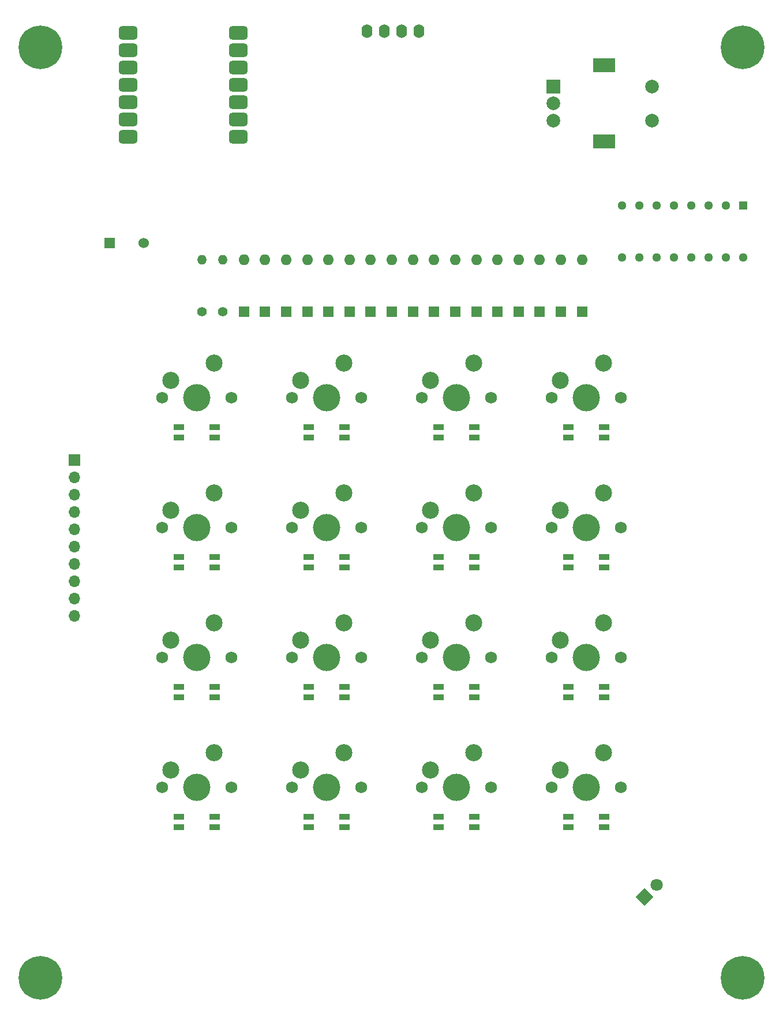
<source format=gbs>
G04 #@! TF.GenerationSoftware,KiCad,Pcbnew,8.0.6-8.0.6-0~ubuntu22.04.1*
G04 #@! TF.CreationDate,2024-10-20T22:38:44+08:00*
G04 #@! TF.ProjectId,MacroPad,4d616372-6f50-4616-942e-6b696361645f,rev?*
G04 #@! TF.SameCoordinates,Original*
G04 #@! TF.FileFunction,Soldermask,Bot*
G04 #@! TF.FilePolarity,Negative*
%FSLAX46Y46*%
G04 Gerber Fmt 4.6, Leading zero omitted, Abs format (unit mm)*
G04 Created by KiCad (PCBNEW 8.0.6-8.0.6-0~ubuntu22.04.1) date 2024-10-20 22:38:44*
%MOMM*%
%LPD*%
G01*
G04 APERTURE LIST*
G04 Aperture macros list*
%AMRoundRect*
0 Rectangle with rounded corners*
0 $1 Rounding radius*
0 $2 $3 $4 $5 $6 $7 $8 $9 X,Y pos of 4 corners*
0 Add a 4 corners polygon primitive as box body*
4,1,4,$2,$3,$4,$5,$6,$7,$8,$9,$2,$3,0*
0 Add four circle primitives for the rounded corners*
1,1,$1+$1,$2,$3*
1,1,$1+$1,$4,$5*
1,1,$1+$1,$6,$7*
1,1,$1+$1,$8,$9*
0 Add four rect primitives between the rounded corners*
20,1,$1+$1,$2,$3,$4,$5,0*
20,1,$1+$1,$4,$5,$6,$7,0*
20,1,$1+$1,$6,$7,$8,$9,0*
20,1,$1+$1,$8,$9,$2,$3,0*%
%AMRotRect*
0 Rectangle, with rotation*
0 The origin of the aperture is its center*
0 $1 length*
0 $2 width*
0 $3 Rotation angle, in degrees counterclockwise*
0 Add horizontal line*
21,1,$1,$2,0,0,$3*%
G04 Aperture macros list end*
%ADD10C,1.750000*%
%ADD11C,4.000000*%
%ADD12C,2.500000*%
%ADD13RoundRect,0.082000X-0.718000X0.328000X-0.718000X-0.328000X0.718000X-0.328000X0.718000X0.328000X0*%
%ADD14R,2.000000X2.000000*%
%ADD15C,2.000000*%
%ADD16R,3.200000X2.000000*%
%ADD17R,1.524000X1.524000*%
%ADD18C,1.524000*%
%ADD19C,6.400000*%
%ADD20R,1.295400X1.295400*%
%ADD21C,1.295400*%
%ADD22RotRect,1.800000X1.800000X45.000000*%
%ADD23C,1.800000*%
%ADD24O,1.600000X2.000000*%
%ADD25R,1.600000X1.600000*%
%ADD26O,1.600000X1.600000*%
%ADD27C,1.400000*%
%ADD28O,1.400000X1.400000*%
%ADD29RoundRect,0.500000X0.875000X0.500000X-0.875000X0.500000X-0.875000X-0.500000X0.875000X-0.500000X0*%
%ADD30C,1.600000*%
%ADD31R,1.700000X1.700000*%
%ADD32O,1.700000X1.700000*%
G04 APERTURE END LIST*
D10*
G04 #@! TO.C,SW12*
X99767500Y-121912500D03*
D11*
X104847500Y-121912500D03*
D10*
X109927500Y-121912500D03*
D12*
X101037500Y-119372500D03*
X107387500Y-116832500D03*
G04 #@! TD*
D10*
G04 #@! TO.C,SW14*
X118817500Y-83812500D03*
D11*
X123897500Y-83812500D03*
D10*
X128977500Y-83812500D03*
D12*
X120087500Y-81272500D03*
X126437500Y-78732500D03*
G04 #@! TD*
D10*
G04 #@! TO.C,SW5*
X61667500Y-140962500D03*
D11*
X66747500Y-140962500D03*
D10*
X71827500Y-140962500D03*
D12*
X62937500Y-138422500D03*
X69287500Y-135882500D03*
G04 #@! TD*
D10*
G04 #@! TO.C,SW13*
X99767500Y-140962500D03*
D11*
X104847500Y-140962500D03*
D10*
X109927500Y-140962500D03*
D12*
X101037500Y-138422500D03*
X107387500Y-135882500D03*
G04 #@! TD*
D10*
G04 #@! TO.C,SW8*
X80717500Y-121912500D03*
D11*
X85797500Y-121912500D03*
D10*
X90877500Y-121912500D03*
D12*
X81987500Y-119372500D03*
X88337500Y-116832500D03*
G04 #@! TD*
D10*
G04 #@! TO.C,SW7*
X80717500Y-102862500D03*
D11*
X85797500Y-102862500D03*
D10*
X90877500Y-102862500D03*
D12*
X81987500Y-100322500D03*
X88337500Y-97782500D03*
G04 #@! TD*
D13*
G04 #@! TO.C,D29*
X121297500Y-88142499D03*
X121297500Y-89642499D03*
X126497500Y-89642499D03*
X126497500Y-88142499D03*
G04 #@! TD*
D10*
G04 #@! TO.C,SW15*
X118817500Y-102862500D03*
D11*
X123897500Y-102862500D03*
D10*
X128977500Y-102862500D03*
D12*
X120087500Y-100322500D03*
X126437500Y-97782500D03*
G04 #@! TD*
D10*
G04 #@! TO.C,SW11*
X99767500Y-102862500D03*
D11*
X104847500Y-102862500D03*
D10*
X109927500Y-102862500D03*
D12*
X101037500Y-100322500D03*
X107387500Y-97782500D03*
G04 #@! TD*
D14*
G04 #@! TO.C,SW1*
X119072500Y-38157500D03*
D15*
X119072500Y-43157500D03*
X119072500Y-40657500D03*
D16*
X126572500Y-35057500D03*
X126572500Y-46257500D03*
D15*
X133572500Y-43157500D03*
X133572500Y-38157500D03*
G04 #@! TD*
D17*
G04 #@! TO.C,U3*
X53989300Y-61157500D03*
D18*
X58989300Y-61157500D03*
G04 #@! TD*
D13*
G04 #@! TO.C,D22*
X83197500Y-107192499D03*
X83197500Y-108692499D03*
X88397500Y-108692499D03*
X88397500Y-107192499D03*
G04 #@! TD*
G04 #@! TO.C,D30*
X121297500Y-107192499D03*
X121297500Y-108692499D03*
X126497500Y-108692499D03*
X126497500Y-107192499D03*
G04 #@! TD*
D19*
G04 #@! TO.C,H2*
X43822500Y-32407500D03*
G04 #@! TD*
D13*
G04 #@! TO.C,D26*
X102247500Y-107192499D03*
X102247500Y-108692499D03*
X107447500Y-108692499D03*
X107447500Y-107192499D03*
G04 #@! TD*
G04 #@! TO.C,D28*
X102247500Y-145292499D03*
X102247500Y-146792499D03*
X107447500Y-146792499D03*
X107447500Y-145292499D03*
G04 #@! TD*
D20*
G04 #@! TO.C,U2*
X146902500Y-55657500D03*
D21*
X144362500Y-55657500D03*
X141822500Y-55657500D03*
X139282500Y-55657500D03*
X136742500Y-55657500D03*
X134202500Y-55657500D03*
X131662500Y-55657500D03*
X129122500Y-55657500D03*
X129122500Y-63277500D03*
X131662500Y-63277500D03*
X134202500Y-63277500D03*
X136742500Y-63277500D03*
X139282500Y-63277500D03*
X141822500Y-63277500D03*
X144362500Y-63277500D03*
X146902500Y-63277500D03*
G04 #@! TD*
D10*
G04 #@! TO.C,SW9*
X80717500Y-140962500D03*
D11*
X85797500Y-140962500D03*
D10*
X90877500Y-140962500D03*
D12*
X81987500Y-138422500D03*
X88337500Y-135882500D03*
G04 #@! TD*
D10*
G04 #@! TO.C,SW10*
X99767500Y-83812500D03*
D11*
X104847500Y-83812500D03*
D10*
X109927500Y-83812500D03*
D12*
X101037500Y-81272500D03*
X107387500Y-78732500D03*
G04 #@! TD*
D19*
G04 #@! TO.C,H3*
X146822500Y-168907500D03*
G04 #@! TD*
G04 #@! TO.C,H4*
X43822500Y-168907500D03*
G04 #@! TD*
D13*
G04 #@! TO.C,D18*
X64147500Y-107192499D03*
X64147500Y-108692499D03*
X69347500Y-108692499D03*
X69347500Y-107192499D03*
G04 #@! TD*
G04 #@! TO.C,D19*
X64147500Y-126242499D03*
X64147500Y-127742499D03*
X69347500Y-127742499D03*
X69347500Y-126242499D03*
G04 #@! TD*
D10*
G04 #@! TO.C,SW17*
X118817500Y-140962500D03*
D11*
X123897500Y-140962500D03*
D10*
X128977500Y-140962500D03*
D12*
X120087500Y-138422500D03*
X126437500Y-135882500D03*
G04 #@! TD*
D13*
G04 #@! TO.C,D31*
X121297500Y-126242499D03*
X121297500Y-127742499D03*
X126497500Y-127742499D03*
X126497500Y-126242499D03*
G04 #@! TD*
D10*
G04 #@! TO.C,SW4*
X61667500Y-121912500D03*
D11*
X66747500Y-121912500D03*
D10*
X71827500Y-121912500D03*
D12*
X62937500Y-119372500D03*
X69287500Y-116832500D03*
G04 #@! TD*
D22*
G04 #@! TO.C,D33*
X132420900Y-157059100D03*
D23*
X134216951Y-155263049D03*
G04 #@! TD*
D13*
G04 #@! TO.C,D24*
X83197500Y-145292499D03*
X83197500Y-146792499D03*
X88397500Y-146792499D03*
X88397500Y-145292499D03*
G04 #@! TD*
G04 #@! TO.C,D32*
X121297500Y-145292499D03*
X121297500Y-146792499D03*
X126497500Y-146792499D03*
X126497500Y-145292499D03*
G04 #@! TD*
D10*
G04 #@! TO.C,SW16*
X118817500Y-121912500D03*
D11*
X123897500Y-121912500D03*
D10*
X128977500Y-121912500D03*
D12*
X120087500Y-119372500D03*
X126437500Y-116832500D03*
G04 #@! TD*
D10*
G04 #@! TO.C,SW3*
X61667500Y-102862500D03*
D11*
X66747500Y-102862500D03*
D10*
X71827500Y-102862500D03*
D12*
X62937500Y-100322500D03*
X69287500Y-97782500D03*
G04 #@! TD*
D13*
G04 #@! TO.C,D23*
X83197500Y-126242499D03*
X83197500Y-127742499D03*
X88397500Y-127742499D03*
X88397500Y-126242499D03*
G04 #@! TD*
D24*
G04 #@! TO.C,Brd1*
X91702500Y-30057500D03*
X94242500Y-30057500D03*
X96782500Y-30057500D03*
X99322500Y-30057500D03*
G04 #@! TD*
D19*
G04 #@! TO.C,H1*
X146822500Y-32407500D03*
G04 #@! TD*
D13*
G04 #@! TO.C,D25*
X102247500Y-88142499D03*
X102247500Y-89642499D03*
X107447500Y-89642499D03*
X107447500Y-88142499D03*
G04 #@! TD*
G04 #@! TO.C,D21*
X83197500Y-88142499D03*
X83197500Y-89642499D03*
X88397500Y-89642499D03*
X88397500Y-88142499D03*
G04 #@! TD*
D10*
G04 #@! TO.C,SW6*
X80717500Y-83812500D03*
D11*
X85797500Y-83812500D03*
D10*
X90877500Y-83812500D03*
D12*
X81987500Y-81272500D03*
X88337500Y-78732500D03*
G04 #@! TD*
D13*
G04 #@! TO.C,D27*
X102247500Y-126242499D03*
X102247500Y-127742499D03*
X107447500Y-127742499D03*
X107447500Y-126242499D03*
G04 #@! TD*
D10*
G04 #@! TO.C,SW2*
X61667500Y-83812500D03*
D11*
X66747500Y-83812500D03*
D10*
X71827500Y-83812500D03*
D12*
X62937500Y-81272500D03*
X69287500Y-78732500D03*
G04 #@! TD*
D13*
G04 #@! TO.C,D17*
X64147500Y-88142499D03*
X64147500Y-89642499D03*
X69347500Y-89642499D03*
X69347500Y-88142499D03*
G04 #@! TD*
G04 #@! TO.C,D20*
X64147500Y-145292499D03*
X64147500Y-146792499D03*
X69347500Y-146792499D03*
X69347500Y-145292499D03*
G04 #@! TD*
D25*
G04 #@! TO.C,D10*
X92282500Y-71197500D03*
D26*
X92282500Y-63577500D03*
G04 #@! TD*
D25*
G04 #@! TO.C,D7*
X101582500Y-71197500D03*
D26*
X101582500Y-63577500D03*
G04 #@! TD*
D27*
G04 #@! TO.C,R2*
X67482500Y-71197500D03*
D28*
X67482500Y-63577500D03*
G04 #@! TD*
D27*
G04 #@! TO.C,R1*
X70582500Y-71197500D03*
D28*
X70582500Y-63577500D03*
G04 #@! TD*
D25*
G04 #@! TO.C,D8*
X98482500Y-71197500D03*
D26*
X98482500Y-63577500D03*
G04 #@! TD*
D25*
G04 #@! TO.C,D16*
X73682500Y-71197500D03*
D26*
X73682500Y-63577500D03*
G04 #@! TD*
D25*
G04 #@! TO.C,D34*
X123282500Y-71197500D03*
D26*
X123282500Y-63577500D03*
G04 #@! TD*
D29*
G04 #@! TO.C,U1*
X72887500Y-30287500D03*
D25*
X72442500Y-30287500D03*
D29*
X72887500Y-32827500D03*
D30*
X72442500Y-32827500D03*
D29*
X72887500Y-35367500D03*
D30*
X72442500Y-35367500D03*
D29*
X72887500Y-37907500D03*
D30*
X72442500Y-37907500D03*
D29*
X72887500Y-40447500D03*
D30*
X72442500Y-40447500D03*
D29*
X72887500Y-42987500D03*
D30*
X72442500Y-42987500D03*
D29*
X72887500Y-45527500D03*
D30*
X72442500Y-45527500D03*
X57202500Y-45527500D03*
D29*
X56722500Y-45527500D03*
D30*
X57202500Y-42987500D03*
D29*
X56722500Y-42987500D03*
D30*
X57202500Y-40447500D03*
D29*
X56722500Y-40447500D03*
D30*
X57202500Y-37907500D03*
D29*
X56722500Y-37907500D03*
D30*
X57202500Y-35367500D03*
D29*
X56722500Y-35367500D03*
D30*
X57202500Y-32827500D03*
D29*
X56722500Y-32827500D03*
D30*
X57202500Y-30287500D03*
D29*
X56722500Y-30287500D03*
G04 #@! TD*
D25*
G04 #@! TO.C,D15*
X76782500Y-71197500D03*
D26*
X76782500Y-63577500D03*
G04 #@! TD*
D25*
G04 #@! TO.C,D14*
X79882500Y-71197500D03*
D26*
X79882500Y-63577500D03*
G04 #@! TD*
D25*
G04 #@! TO.C,D5*
X107782500Y-71197500D03*
D26*
X107782500Y-63577500D03*
G04 #@! TD*
D25*
G04 #@! TO.C,D11*
X89182500Y-71197500D03*
D26*
X89182500Y-63577500D03*
G04 #@! TD*
D25*
G04 #@! TO.C,D12*
X86082500Y-71197500D03*
D26*
X86082500Y-63577500D03*
G04 #@! TD*
D25*
G04 #@! TO.C,D6*
X104682500Y-71197500D03*
D26*
X104682500Y-63577500D03*
G04 #@! TD*
D25*
G04 #@! TO.C,D1*
X120182500Y-71197500D03*
D26*
X120182500Y-63577500D03*
G04 #@! TD*
D25*
G04 #@! TO.C,D3*
X113982500Y-71197500D03*
D26*
X113982500Y-63577500D03*
G04 #@! TD*
D25*
G04 #@! TO.C,D2*
X117082500Y-71197500D03*
D26*
X117082500Y-63577500D03*
G04 #@! TD*
D27*
G04 #@! TO.C,R3*
X67482500Y-71197500D03*
D28*
X67482500Y-63577500D03*
G04 #@! TD*
D31*
G04 #@! TO.C,J1*
X48822500Y-92957500D03*
D32*
X48822500Y-95497500D03*
X48822500Y-98037500D03*
X48822500Y-100577500D03*
X48822500Y-103117500D03*
X48822500Y-105657500D03*
X48822500Y-108197500D03*
X48822500Y-110737500D03*
X48822500Y-113277500D03*
X48822500Y-115817500D03*
G04 #@! TD*
D25*
G04 #@! TO.C,D9*
X95382500Y-71197500D03*
D26*
X95382500Y-63577500D03*
G04 #@! TD*
D25*
G04 #@! TO.C,D13*
X82982500Y-71197500D03*
D26*
X82982500Y-63577500D03*
G04 #@! TD*
D25*
G04 #@! TO.C,D4*
X110882500Y-71197500D03*
D26*
X110882500Y-63577500D03*
G04 #@! TD*
M02*

</source>
